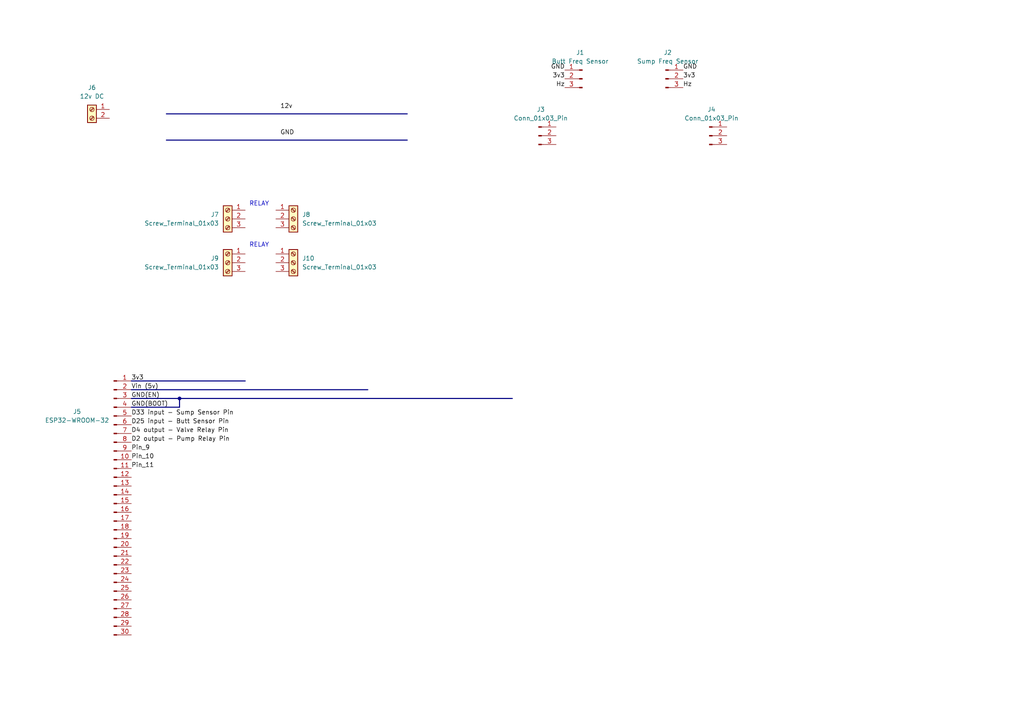
<source format=kicad_sch>
(kicad_sch (version 20231120) (generator "eeschema") (generator_version "8.0")
  (paper "A4")
  (lib_symbols
    (symbol "Connector:Conn_01x03_Pin" (pin_names (offset 1.016) hide)
      (property "Reference" "J" (at 0 5.08 0))
      (property "Value" "Conn_01x03_Pin" (at 0 -5.08 0))
      (symbol "Conn_01x03_Pin_1_1"
        (polyline (pts (xy 1.27 -2.54) (xy 0.8636 -2.54)) (stroke (width 0.1524)))
        (polyline (pts (xy 1.27 0) (xy 0.8636 0)) (stroke (width 0.1524)))
        (polyline (pts (xy 1.27 2.54) (xy 0.8636 2.54)) (stroke (width 0.1524)))
        (rectangle (start 0.8636 -2.413) (end 0 -2.667) (stroke (width 0.1524)) (fill (type outline)))
        (rectangle (start 0.8636 0.127) (end 0 -0.127) (stroke (width 0.1524)) (fill (type outline)))
        (rectangle (start 0.8636 2.667) (end 0 2.413) (stroke (width 0.1524)) (fill (type outline)))
        (pin passive line (at 5.08 2.54 180) (length 3.81) (name "Pin_1") (number "1"))
        (pin passive line (at 5.08 0 180) (length 3.81) (name "Pin_2") (number "2"))
        (pin passive line (at 5.08 -2.54 180) (length 3.81) (name "Pin_3") (number "3"))
      )
    )
    (symbol "Connector:Conn_01x30_Pin" (pin_names (offset 1.016) hide)
      (property "Reference" "J" (at 0 38.1 0))
      (property "Value" "Conn_01x30_Pin" (at 0 -40.64 0))
      (symbol "Conn_01x30_Pin_1_1"
        (polyline (pts (xy 1.27 -38.1) (xy 0.8636 -38.1)) (stroke (width 0.1524)))
        (polyline (pts (xy 1.27 -35.56) (xy 0.8636 -35.56)) (stroke (width 0.1524)))
        (polyline (pts (xy 1.27 -33.02) (xy 0.8636 -33.02)) (stroke (width 0.1524)))
        (polyline (pts (xy 1.27 -30.48) (xy 0.8636 -30.48)) (stroke (width 0.1524)))
        (polyline (pts (xy 1.27 -27.94) (xy 0.8636 -27.94)) (stroke (width 0.1524)))
        (polyline (pts (xy 1.27 -25.4) (xy 0.8636 -25.4)) (stroke (width 0.1524)))
        (polyline (pts (xy 1.27 -22.86) (xy 0.8636 -22.86)) (stroke (width 0.1524)))
        (polyline (pts (xy 1.27 -20.32) (xy 0.8636 -20.32)) (stroke (width 0.1524)))
        (polyline (pts (xy 1.27 -17.78) (xy 0.8636 -17.78)) (stroke (width 0.1524)))
        (polyline (pts (xy 1.27 -15.24) (xy 0.8636 -15.24)) (stroke (width 0.1524)))
        (polyline (pts (xy 1.27 -12.7) (xy 0.8636 -12.7)) (stroke (width 0.1524)))
        (polyline (pts (xy 1.27 -10.16) (xy 0.8636 -10.16)) (stroke (width 0.1524)))
        (polyline (pts (xy 1.27 -7.62) (xy 0.8636 -7.62)) (stroke (width 0.1524)))
        (polyline (pts (xy 1.27 -5.08) (xy 0.8636 -5.08)) (stroke (width 0.1524)))
        (polyline (pts (xy 1.27 -2.54) (xy 0.8636 -2.54)) (stroke (width 0.1524)))
        (polyline (pts (xy 1.27 0) (xy 0.8636 0)) (stroke (width 0.1524)))
        (polyline (pts (xy 1.27 2.54) (xy 0.8636 2.54)) (stroke (width 0.1524)))
        (polyline (pts (xy 1.27 5.08) (xy 0.8636 5.08)) (stroke (width 0.1524)))
        (polyline (pts (xy 1.27 7.62) (xy 0.8636 7.62)) (stroke (width 0.1524)))
        (polyline (pts (xy 1.27 10.16) (xy 0.8636 10.16)) (stroke (width 0.1524)))
        (polyline (pts (xy 1.27 12.7) (xy 0.8636 12.7)) (stroke (width 0.1524)))
        (polyline (pts (xy 1.27 15.24) (xy 0.8636 15.24)) (stroke (width 0.1524)))
        (polyline (pts (xy 1.27 17.78) (xy 0.8636 17.78)) (stroke (width 0.1524)))
        (polyline (pts (xy 1.27 20.32) (xy 0.8636 20.32)) (stroke (width 0.1524)))
        (polyline (pts (xy 1.27 22.86) (xy 0.8636 22.86)) (stroke (width 0.1524)))
        (polyline (pts (xy 1.27 25.4) (xy 0.8636 25.4)) (stroke (width 0.1524)))
        (polyline (pts (xy 1.27 27.94) (xy 0.8636 27.94)) (stroke (width 0.1524)))
        (polyline (pts (xy 1.27 30.48) (xy 0.8636 30.48)) (stroke (width 0.1524)))
        (polyline (pts (xy 1.27 33.02) (xy 0.8636 33.02)) (stroke (width 0.1524)))
        (polyline (pts (xy 1.27 35.56) (xy 0.8636 35.56)) (stroke (width 0.1524)))
        (rectangle (start 0.8636 -37.973) (end 0 -38.227) (stroke (width 0.1524)) (fill (type outline)))
        (rectangle (start 0.8636 -35.433) (end 0 -35.687) (stroke (width 0.1524)) (fill (type outline)))
        (rectangle (start 0.8636 -32.893) (end 0 -33.147) (stroke (width 0.1524)) (fill (type outline)))
        (rectangle (start 0.8636 -30.353) (end 0 -30.607) (stroke (width 0.1524)) (fill (type outline)))
        (rectangle (start 0.8636 -27.813) (end 0 -28.067) (stroke (width 0.1524)) (fill (type outline)))
        (rectangle (start 0.8636 -25.273) (end 0 -25.527) (stroke (width 0.1524)) (fill (type outline)))
        (rectangle (start 0.8636 -22.733) (end 0 -22.987) (stroke (width 0.1524)) (fill (type outline)))
        (rectangle (start 0.8636 -20.193) (end 0 -20.447) (stroke (width 0.1524)) (fill (type outline)))
        (rectangle (start 0.8636 -17.653) (end 0 -17.907) (stroke (width 0.1524)) (fill (type outline)))
        (rectangle (start 0.8636 -15.113) (end 0 -15.367) (stroke (width 0.1524)) (fill (type outline)))
        (rectangle (start 0.8636 -12.573) (end 0 -12.827) (stroke (width 0.1524)) (fill (type outline)))
        (rectangle (start 0.8636 -10.033) (end 0 -10.287) (stroke (width 0.1524)) (fill (type outline)))
        (rectangle (start 0.8636 -7.493) (end 0 -7.747) (stroke (width 0.1524)) (fill (type outline)))
        (rectangle (start 0.8636 -4.953) (end 0 -5.207) (stroke (width 0.1524)) (fill (type outline)))
        (rectangle (start 0.8636 -2.413) (end 0 -2.667) (stroke (width 0.1524)) (fill (type outline)))
        (rectangle (start 0.8636 0.127) (end 0 -0.127) (stroke (width 0.1524)) (fill (type outline)))
        (rectangle (start 0.8636 2.667) (end 0 2.413) (stroke (width 0.1524)) (fill (type outline)))
        (rectangle (start 0.8636 5.207) (end 0 4.953) (stroke (width 0.1524)) (fill (type outline)))
        (rectangle (start 0.8636 7.747) (end 0 7.493) (stroke (width 0.1524)) (fill (type outline)))
        (rectangle (start 0.8636 10.287) (end 0 10.033) (stroke (width 0.1524)) (fill (type outline)))
        (rectangle (start 0.8636 12.827) (end 0 12.573) (stroke (width 0.1524)) (fill (type outline)))
        (rectangle (start 0.8636 15.367) (end 0 15.113) (stroke (width 0.1524)) (fill (type outline)))
        (rectangle (start 0.8636 17.907) (end 0 17.653) (stroke (width 0.1524)) (fill (type outline)))
        (rectangle (start 0.8636 20.447) (end 0 20.193) (stroke (width 0.1524)) (fill (type outline)))
        (rectangle (start 0.8636 22.987) (end 0 22.733) (stroke (width 0.1524)) (fill (type outline)))
        (rectangle (start 0.8636 25.527) (end 0 25.273) (stroke (width 0.1524)) (fill (type outline)))
        (rectangle (start 0.8636 28.067) (end 0 27.813) (stroke (width 0.1524)) (fill (type outline)))
        (rectangle (start 0.8636 30.607) (end 0 30.353) (stroke (width 0.1524)) (fill (type outline)))
        (rectangle (start 0.8636 33.147) (end 0 32.893) (stroke (width 0.1524)) (fill (type outline)))
        (rectangle (start 0.8636 35.687) (end 0 35.433) (stroke (width 0.1524)) (fill (type outline)))
        (pin passive line (at 5.08 35.56 180) (length 3.81) (name "Pin_1") (number "1"))
        (pin passive line (at 5.08 12.7 180) (length 3.81) (name "Pin_10") (number "10"))
        (pin passive line (at 5.08 10.16 180) (length 3.81) (name "Pin_11") (number "11"))
        (pin passive line (at 5.08 7.62 180) (length 3.81) (name "Pin_12") (number "12"))
        (pin passive line (at 5.08 5.08 180) (length 3.81) (name "Pin_13") (number "13"))
        (pin passive line (at 5.08 2.54 180) (length 3.81) (name "Pin_14") (number "14"))
        (pin passive line (at 5.08 0 180) (length 3.81) (name "Pin_15") (number "15"))
        (pin passive line (at 5.08 -2.54 180) (length 3.81) (name "Pin_16") (number "16"))
        (pin passive line (at 5.08 -5.08 180) (length 3.81) (name "Pin_17") (number "17"))
        (pin passive line (at 5.08 -7.62 180) (length 3.81) (name "Pin_18") (number "18"))
        (pin passive line (at 5.08 -10.16 180) (length 3.81) (name "Pin_19") (number "19"))
        (pin passive line (at 5.08 33.02 180) (length 3.81) (name "Pin_2") (number "2"))
        (pin passive line (at 5.08 -12.7 180) (length 3.81) (name "Pin_20") (number "20"))
        (pin passive line (at 5.08 -15.24 180) (length 3.81) (name "Pin_21") (number "21"))
        (pin passive line (at 5.08 -17.78 180) (length 3.81) (name "Pin_22") (number "22"))
        (pin passive line (at 5.08 -20.32 180) (length 3.81) (name "Pin_23") (number "23"))
        (pin passive line (at 5.08 -22.86 180) (length 3.81) (name "Pin_24") (number "24"))
        (pin passive line (at 5.08 -25.4 180) (length 3.81) (name "Pin_25") (number "25"))
        (pin passive line (at 5.08 -27.94 180) (length 3.81) (name "Pin_26") (number "26"))
        (pin passive line (at 5.08 -30.48 180) (length 3.81) (name "Pin_27") (number "27"))
        (pin passive line (at 5.08 -33.02 180) (length 3.81) (name "Pin_28") (number "28"))
        (pin passive line (at 5.08 -35.56 180) (length 3.81) (name "Pin_29") (number "29"))
        (pin passive line (at 5.08 30.48 180) (length 3.81) (name "Pin_3") (number "3"))
        (pin passive line (at 5.08 -38.1 180) (length 3.81) (name "Pin_30") (number "30"))
        (pin passive line (at 5.08 27.94 180) (length 3.81) (name "Pin_4") (number "4"))
        (pin passive line (at 5.08 25.4 180) (length 3.81) (name "Pin_5") (number "5"))
        (pin passive line (at 5.08 22.86 180) (length 3.81) (name "Pin_6") (number "6"))
        (pin passive line (at 5.08 20.32 180) (length 3.81) (name "Pin_7") (number "7"))
        (pin passive line (at 5.08 17.78 180) (length 3.81) (name "Pin_8") (number "8"))
        (pin passive line (at 5.08 15.24 180) (length 3.81) (name "Pin_9") (number "9"))
      )
    )
    (symbol "Connector:Screw_Terminal_01x02" (pin_names (offset 1.016) hide)
      (property "Reference" "J" (at 0 2.54 0))
      (property "Value" "Screw_Terminal_01x02" (at 0 -5.08 0))
      (symbol "Screw_Terminal_01x02_1_1"
        (rectangle (start -1.27 1.27) (end 1.27 -3.81) (stroke (width 0.254)) (fill (type background)))
        (circle (center 0 -2.54) (radius 0.635) (stroke (width 0.1524)))
        (polyline (pts (xy -0.5334 -2.2098) (xy 0.3302 -3.048)) (stroke (width 0.1524)))
        (polyline (pts (xy -0.5334 0.3302) (xy 0.3302 -0.508)) (stroke (width 0.1524)))
        (polyline (pts (xy -0.3556 -2.032) (xy 0.508 -2.8702)) (stroke (width 0.1524)))
        (polyline (pts (xy -0.3556 0.508) (xy 0.508 -0.3302)) (stroke (width 0.1524)))
        (circle (center 0 0) (radius 0.635) (stroke (width 0.1524)))
        (pin passive line (at -5.08 0 0) (length 3.81) (name "Pin_1") (number "1"))
        (pin passive line (at -5.08 -2.54 0) (length 3.81) (name "Pin_2") (number "2"))
      )
    )
    (symbol "Connector:Screw_Terminal_01x03" (pin_names (offset 1.016) hide)
      (property "Reference" "J" (at 0 5.08 0))
      (property "Value" "Screw_Terminal_01x03" (at 0 -5.08 0))
      (symbol "Screw_Terminal_01x03_1_1"
        (rectangle (start -1.27 3.81) (end 1.27 -3.81) (stroke (width 0.254)) (fill (type background)))
        (circle (center 0 -2.54) (radius 0.635) (stroke (width 0.1524)))
        (polyline (pts (xy -0.5334 -2.2098) (xy 0.3302 -3.048)) (stroke (width 0.1524)))
        (polyline (pts (xy -0.5334 0.3302) (xy 0.3302 -0.508)) (stroke (width 0.1524)))
        (polyline (pts (xy -0.5334 2.8702) (xy 0.3302 2.032)) (stroke (width 0.1524)))
        (polyline (pts (xy -0.3556 -2.032) (xy 0.508 -2.8702)) (stroke (width 0.1524)))
        (polyline (pts (xy -0.3556 0.508) (xy 0.508 -0.3302)) (stroke (width 0.1524)))
        (polyline (pts (xy -0.3556 3.048) (xy 0.508 2.2098)) (stroke (width 0.1524)))
        (circle (center 0 0) (radius 0.635) (stroke (width 0.1524)))
        (circle (center 0 2.54) (radius 0.635) (stroke (width 0.1524)))
        (pin passive line (at -5.08 2.54 0) (length 3.81) (name "Pin_1") (number "1"))
        (pin passive line (at -5.08 0 0) (length 3.81) (name "Pin_2") (number "2"))
        (pin passive line (at -5.08 -2.54 0) (length 3.81) (name "Pin_3") (number "3"))
      )
    )
  )
  (junction (at 52.07 115.57))
  (bus (pts (xy 38.1 118.11) (xy 52.07 118.11)))
  (bus (pts (xy 38.1 115.57) (xy 52.07 115.57)))
  (bus (pts (xy 52.07 115.57) (xy 148.59 115.57)))
  (bus (pts (xy 38.1 113.03) (xy 106.68 113.03)))
  (bus (pts (xy 48.26 40.64) (xy 118.11 40.64)))
  (bus (pts (xy 38.1 110.49) (xy 71.12 110.49)))
  (bus (pts (xy 48.26 33.02) (xy 118.11 33.02)))
  (bus (pts (xy 52.07 115.57) (xy 52.07 118.11)))
  (text "RELAY" (at 75.184 71.12 0) (effects (font (size 1.27 1.27))))
  (text "RELAY" (at 75.184 59.182 0) (effects (font (size 1.27 1.27))))
  (label "D4 output - Valve Relay Pin" (at 38.1 125.73 0))
  (label "Vin (5v)" (at 38.1 113.03 0))
  (label "GND(EN)" (at 38.1 115.57 0))
  (label "12v" (at 81.28 31.75 0))
  (label "GND" (at 81.28 39.37 0))
  (label "GND" (at 163.83 20.32 180))
  (label "3v3" (at 163.83 22.86 180))
  (label "D33 input - Sump Sensor Pin" (at 38.1 120.65 0))
  (label "Pin_9" (at 38.1 130.81 0))
  (label "Pin_11" (at 38.1 135.89 0))
  (label "GND(BOOT)" (at 38.1 118.11 0))
  (label "Hz" (at 163.83 25.4 180))
  (label "GND" (at 198.12 20.32 0))
  (label "3v3" (at 38.1 110.49 0))
  (label "Pin_10" (at 38.1 133.35 0))
  (label "3v3" (at 198.12 22.86 0))
  (label "D2 output - Pump Relay Pin" (at 38.1 128.27 0))
  (label "Hz" (at 198.12 25.4 0))
  (label "D25 input - Butt Sensor Pin" (at 38.1 123.19 0))
  (symbol (lib_id "Connector:Conn_01x03_Pin") (at 168.91 22.86 0) (mirror y) (unit 1)
    (property "Reference" "J1" (at 168.275 15.24 0))
    (property "Value" "Butt Freq Sensor" (at 168.275 17.78 0))
    (property "Description" "Generic connector, single row, 01x03, script generated" (effects (hide yes)))
  )
  (symbol (lib_id "Connector:Conn_01x03_Pin") (at 156.21 39.37 0) (unit 1)
    (property "Reference" "J3" (at 156.845 31.75 0))
    (property "Value" "Conn_01x03_Pin" (at 156.845 34.29 0))
    (property "Description" "Generic connector, single row, 01x03, script generated" (effects (hide yes)))
  )
  (symbol (lib_id "Connector:Conn_01x30_Pin") (at 33.02 146.05 0) (unit 1)
    (property "Reference" "J5" (at 22.352 119.38 0))
    (property "Value" "ESP32-WROOM-32" (at 22.352 121.92 0))
    (property "Description" "Generic connector, single row, 01x30, script generated" (effects (hide yes)))
  )
  (symbol (lib_id "Connector:Conn_01x03_Pin") (at 193.04 22.86 0) (unit 1)
    (property "Reference" "J2" (at 193.675 15.24 0))
    (property "Value" "Sump Freq Sensor" (at 193.675 17.78 0))
    (property "Description" "Generic connector, single row, 01x03, script generated" (effects (hide yes)))
  )
  (symbol (lib_id "Connector:Conn_01x03_Pin") (at 205.74 39.37 0) (unit 1)
    (property "Reference" "J4" (at 206.375 31.75 0))
    (property "Value" "Conn_01x03_Pin" (at 206.375 34.29 0))
    (property "Description" "Generic connector, single row, 01x03, script generated" (effects (hide yes)))
  )
  (symbol (lib_id "Connector:Screw_Terminal_01x03") (at 66.04 63.5 0) (mirror y) (unit 1)
    (property "Reference" "J7" (at 63.5 62.2299 0) (effects (justify left)))
    (property "Value" "Screw_Terminal_01x03" (at 63.5 64.7699 0) (effects (justify left)))
    (property "Description" "Generic screw terminal, single row, 01x03, script generated (kicad-library-utils/schlib/autogen/connector/)" (effects (hide yes)))
  )
  (symbol (lib_id "Connector:Screw_Terminal_01x03") (at 85.09 76.2 0) (unit 1)
    (property "Reference" "J10" (at 87.63 74.9299 0) (effects (justify left)))
    (property "Value" "Screw_Terminal_01x03" (at 87.63 77.4699 0) (effects (justify left)))
    (property "Description" "Generic screw terminal, single row, 01x03, script generated (kicad-library-utils/schlib/autogen/connector/)" (effects (hide yes)))
  )
  (symbol (lib_id "Connector:Screw_Terminal_01x03") (at 85.09 63.5 0) (unit 1)
    (property "Reference" "J8" (at 87.63 62.2299 0) (effects (justify left)))
    (property "Value" "Screw_Terminal_01x03" (at 87.63 64.7699 0) (effects (justify left)))
    (property "Description" "Generic screw terminal, single row, 01x03, script generated (kicad-library-utils/schlib/autogen/connector/)" (effects (hide yes)))
  )
  (symbol (lib_id "Connector:Screw_Terminal_01x02") (at 26.67 31.75 0) (mirror y) (unit 1)
    (property "Reference" "J6" (at 26.67 25.4 0))
    (property "Value" "12v DC" (at 26.67 27.94 0))
    (property "Description" "Generic screw terminal, single row, 01x02, script generated (kicad-library-utils/schlib/autogen/connector/)" (effects (hide yes)))
  )
  (symbol (lib_id "Connector:Screw_Terminal_01x03") (at 66.04 76.2 0) (mirror y) (unit 1)
    (property "Reference" "J9" (at 63.5 74.9299 0) (effects (justify left)))
    (property "Value" "Screw_Terminal_01x03" (at 63.5 77.4699 0) (effects (justify left)))
    (property "Description" "Generic screw terminal, single row, 01x03, script generated (kicad-library-utils/schlib/autogen/connector/)" (effects (hide yes)))
  )
)
</source>
